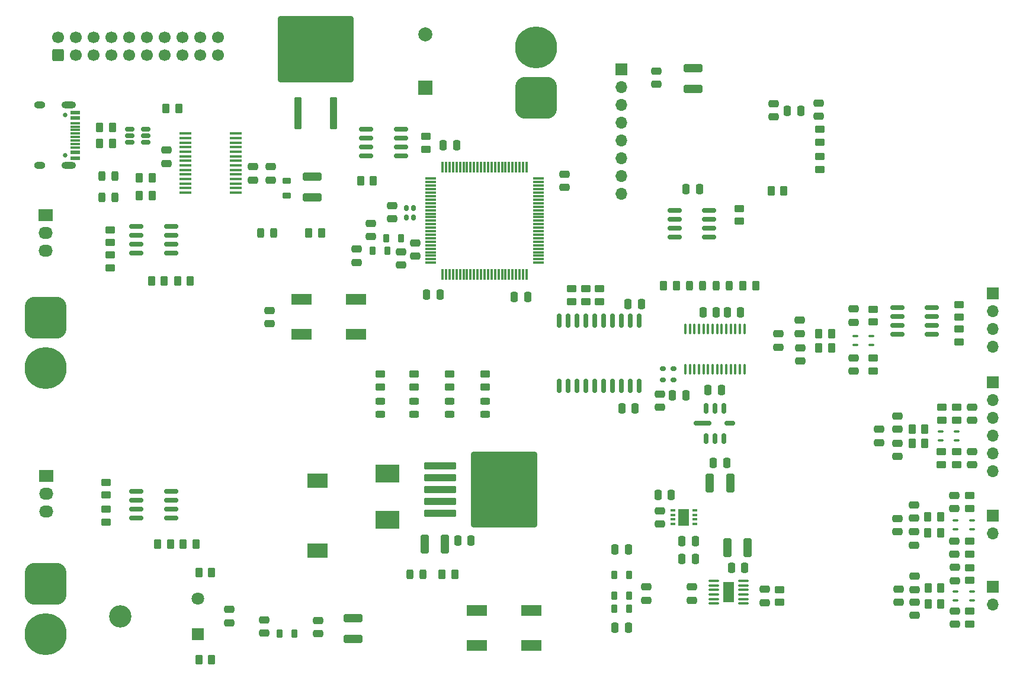
<source format=gts>
G04 #@! TF.GenerationSoftware,KiCad,Pcbnew,8.0.4*
G04 #@! TF.CreationDate,2024-09-09T14:24:52+09:00*
G04 #@! TF.ProjectId,Solid Rocket Motor Test Station,536f6c69-6420-4526-9f63-6b6574204d6f,1.0*
G04 #@! TF.SameCoordinates,Original*
G04 #@! TF.FileFunction,Soldermask,Top*
G04 #@! TF.FilePolarity,Negative*
%FSLAX46Y46*%
G04 Gerber Fmt 4.6, Leading zero omitted, Abs format (unit mm)*
G04 Created by KiCad (PCBNEW 8.0.4) date 2024-09-09 14:24:52*
%MOMM*%
%LPD*%
G01*
G04 APERTURE LIST*
G04 Aperture macros list*
%AMRoundRect*
0 Rectangle with rounded corners*
0 $1 Rounding radius*
0 $2 $3 $4 $5 $6 $7 $8 $9 X,Y pos of 4 corners*
0 Add a 4 corners polygon primitive as box body*
4,1,4,$2,$3,$4,$5,$6,$7,$8,$9,$2,$3,0*
0 Add four circle primitives for the rounded corners*
1,1,$1+$1,$2,$3*
1,1,$1+$1,$4,$5*
1,1,$1+$1,$6,$7*
1,1,$1+$1,$8,$9*
0 Add four rect primitives between the rounded corners*
20,1,$1+$1,$2,$3,$4,$5,0*
20,1,$1+$1,$4,$5,$6,$7,0*
20,1,$1+$1,$6,$7,$8,$9,0*
20,1,$1+$1,$8,$9,$2,$3,0*%
G04 Aperture macros list end*
%ADD10RoundRect,0.250000X0.250000X0.475000X-0.250000X0.475000X-0.250000X-0.475000X0.250000X-0.475000X0*%
%ADD11RoundRect,0.250000X-0.475000X0.250000X-0.475000X-0.250000X0.475000X-0.250000X0.475000X0.250000X0*%
%ADD12RoundRect,0.250000X-0.450000X0.262500X-0.450000X-0.262500X0.450000X-0.262500X0.450000X0.262500X0*%
%ADD13RoundRect,0.250000X0.262500X0.450000X-0.262500X0.450000X-0.262500X-0.450000X0.262500X-0.450000X0*%
%ADD14RoundRect,0.250000X1.100000X-0.325000X1.100000X0.325000X-1.100000X0.325000X-1.100000X-0.325000X0*%
%ADD15RoundRect,0.150000X-0.825000X-0.150000X0.825000X-0.150000X0.825000X0.150000X-0.825000X0.150000X0*%
%ADD16RoundRect,0.250000X0.450000X-0.262500X0.450000X0.262500X-0.450000X0.262500X-0.450000X-0.262500X0*%
%ADD17R,1.700000X1.700000*%
%ADD18O,1.700000X1.700000*%
%ADD19RoundRect,0.250000X0.475000X-0.250000X0.475000X0.250000X-0.475000X0.250000X-0.475000X-0.250000X0*%
%ADD20RoundRect,1.500000X-1.500000X1.500000X-1.500000X-1.500000X1.500000X-1.500000X1.500000X1.500000X0*%
%ADD21C,6.000000*%
%ADD22RoundRect,0.218750X-0.218750X-0.381250X0.218750X-0.381250X0.218750X0.381250X-0.218750X0.381250X0*%
%ADD23RoundRect,0.243750X0.456250X-0.243750X0.456250X0.243750X-0.456250X0.243750X-0.456250X-0.243750X0*%
%ADD24RoundRect,0.250000X0.325000X1.100000X-0.325000X1.100000X-0.325000X-1.100000X0.325000X-1.100000X0*%
%ADD25RoundRect,0.100000X-0.625000X-0.100000X0.625000X-0.100000X0.625000X0.100000X-0.625000X0.100000X0*%
%ADD26R,1.650000X2.850000*%
%ADD27R,3.000000X1.524000*%
%ADD28RoundRect,0.150000X-0.512500X-0.150000X0.512500X-0.150000X0.512500X0.150000X-0.512500X0.150000X0*%
%ADD29RoundRect,0.150000X0.825000X0.150000X-0.825000X0.150000X-0.825000X-0.150000X0.825000X-0.150000X0*%
%ADD30RoundRect,0.150000X-0.150000X0.875000X-0.150000X-0.875000X0.150000X-0.875000X0.150000X0.875000X0*%
%ADD31RoundRect,0.243750X0.243750X0.456250X-0.243750X0.456250X-0.243750X-0.456250X0.243750X-0.456250X0*%
%ADD32RoundRect,0.250000X-0.250000X-0.475000X0.250000X-0.475000X0.250000X0.475000X-0.250000X0.475000X0*%
%ADD33C,0.650000*%
%ADD34R,1.450000X0.600000*%
%ADD35R,1.450000X0.300000*%
%ADD36O,2.100000X1.000000*%
%ADD37O,1.600000X1.000000*%
%ADD38RoundRect,0.100000X0.300000X0.100000X-0.300000X0.100000X-0.300000X-0.100000X0.300000X-0.100000X0*%
%ADD39RoundRect,0.250000X-0.262500X-0.450000X0.262500X-0.450000X0.262500X0.450000X-0.262500X0.450000X0*%
%ADD40R,2.030000X1.730000*%
%ADD41O,2.030000X1.730000*%
%ADD42RoundRect,0.243750X-0.243750X-0.456250X0.243750X-0.456250X0.243750X0.456250X-0.243750X0.456250X0*%
%ADD43RoundRect,0.100000X-0.100000X0.637500X-0.100000X-0.637500X0.100000X-0.637500X0.100000X0.637500X0*%
%ADD44RoundRect,0.218750X-0.381250X0.218750X-0.381250X-0.218750X0.381250X-0.218750X0.381250X0.218750X0*%
%ADD45R,2.000000X2.000000*%
%ADD46C,2.000000*%
%ADD47RoundRect,0.175000X-0.175000X0.225000X-0.175000X-0.225000X0.175000X-0.225000X0.175000X0.225000X0*%
%ADD48RoundRect,0.175000X0.175000X0.575000X-0.175000X0.575000X-0.175000X-0.575000X0.175000X-0.575000X0*%
%ADD49RoundRect,0.175000X0.575000X0.175000X-0.575000X0.175000X-0.575000X-0.175000X0.575000X-0.175000X0*%
%ADD50RoundRect,0.175000X0.175000X-0.575000X0.175000X0.575000X-0.175000X0.575000X-0.175000X-0.575000X0*%
%ADD51RoundRect,0.175000X1.075000X0.175000X-1.075000X0.175000X-1.075000X-0.175000X1.075000X-0.175000X0*%
%ADD52RoundRect,0.250000X0.300000X-2.050000X0.300000X2.050000X-0.300000X2.050000X-0.300000X-2.050000X0*%
%ADD53RoundRect,0.250002X5.149998X-4.449998X5.149998X4.449998X-5.149998X4.449998X-5.149998X-4.449998X0*%
%ADD54R,0.650000X0.350000*%
%ADD55R,1.550000X2.400000*%
%ADD56RoundRect,0.250000X-0.325000X-1.100000X0.325000X-1.100000X0.325000X1.100000X-0.325000X1.100000X0*%
%ADD57RoundRect,0.075000X-0.725000X-0.075000X0.725000X-0.075000X0.725000X0.075000X-0.725000X0.075000X0*%
%ADD58RoundRect,0.075000X-0.075000X-0.725000X0.075000X-0.725000X0.075000X0.725000X-0.075000X0.725000X0*%
%ADD59RoundRect,0.250000X-1.100000X0.325000X-1.100000X-0.325000X1.100000X-0.325000X1.100000X0.325000X0*%
%ADD60R,1.750000X0.450000*%
%ADD61RoundRect,1.500000X1.500000X-1.500000X1.500000X1.500000X-1.500000X1.500000X-1.500000X-1.500000X0*%
%ADD62R,3.500000X2.500000*%
%ADD63RoundRect,0.250000X-2.050000X-0.300000X2.050000X-0.300000X2.050000X0.300000X-2.050000X0.300000X0*%
%ADD64RoundRect,0.250002X-4.449998X-5.149998X4.449998X-5.149998X4.449998X5.149998X-4.449998X5.149998X0*%
%ADD65RoundRect,0.162500X0.262500X-0.162500X0.262500X0.162500X-0.262500X0.162500X-0.262500X-0.162500X0*%
%ADD66C,3.200000*%
%ADD67R,1.800000X1.800000*%
%ADD68C,1.800000*%
%ADD69RoundRect,0.218750X0.218750X0.381250X-0.218750X0.381250X-0.218750X-0.381250X0.218750X-0.381250X0*%
%ADD70RoundRect,0.250000X0.600000X-0.600000X0.600000X0.600000X-0.600000X0.600000X-0.600000X-0.600000X0*%
%ADD71C,1.700000*%
%ADD72R,3.000000X2.000000*%
G04 APERTURE END LIST*
D10*
X146034800Y-96735000D03*
X144134800Y-96735000D03*
D11*
X205193000Y-105823000D03*
X205193000Y-107723000D03*
X175545000Y-138531000D03*
X175545000Y-140431000D03*
D12*
X147431800Y-108141500D03*
X147431800Y-109966500D03*
D13*
X111170000Y-132416000D03*
X109345000Y-132416000D03*
D14*
X127823000Y-82892000D03*
X127823000Y-79942000D03*
D12*
X98345000Y-123591000D03*
X98345000Y-125416000D03*
D15*
X102645000Y-124896000D03*
X102645000Y-126166000D03*
X102645000Y-127436000D03*
X102645000Y-128706000D03*
X107595000Y-128706000D03*
X107595000Y-127436000D03*
X107595000Y-126166000D03*
X107595000Y-124896000D03*
D12*
X144006600Y-74180200D03*
X144006600Y-76005200D03*
D16*
X219895000Y-121043000D03*
X219895000Y-119218000D03*
D17*
X225095000Y-138528000D03*
D18*
X225095000Y-141068000D03*
D11*
X194445400Y-102373200D03*
X194445400Y-104273200D03*
D19*
X211445000Y-115988000D03*
X211445000Y-114088000D03*
D20*
X89645000Y-100106000D03*
D21*
X89645000Y-107306000D03*
D22*
X170955700Y-139810000D03*
X173080700Y-139810000D03*
D23*
X147431800Y-113880000D03*
X147431800Y-112005000D03*
D24*
X146777200Y-132376400D03*
X143827200Y-132376400D03*
D11*
X163813000Y-79564000D03*
X163813000Y-81464000D03*
D12*
X98345000Y-127416000D03*
X98345000Y-129241000D03*
D13*
X191166800Y-95465000D03*
X189341800Y-95465000D03*
D11*
X121645000Y-99056000D03*
X121645000Y-100956000D03*
X193715600Y-69511200D03*
X193715600Y-71411200D03*
X182045000Y-138531000D03*
X182045000Y-140431000D03*
D25*
X185145000Y-137656000D03*
X185145000Y-138306000D03*
X185145000Y-138956000D03*
X185145000Y-139606000D03*
X185145000Y-140256000D03*
X185145000Y-140906000D03*
X189445000Y-140906000D03*
X189445000Y-140256000D03*
X189445000Y-139606000D03*
X189445000Y-138956000D03*
X189445000Y-138306000D03*
X189445000Y-137656000D03*
D26*
X187295000Y-139281000D03*
D11*
X222065000Y-112828000D03*
X222065000Y-114728000D03*
D12*
X98870000Y-87536000D03*
X98870000Y-89361000D03*
D11*
X219595000Y-131993000D03*
X219595000Y-133893000D03*
D27*
X126245000Y-102456000D03*
X134045000Y-102456000D03*
X126245000Y-97456000D03*
X134045000Y-97456000D03*
D12*
X207987000Y-98852000D03*
X207987000Y-100677000D03*
D11*
X219670000Y-141978000D03*
X219670000Y-143878000D03*
D28*
X101742700Y-73128200D03*
X101742700Y-74078200D03*
X101742700Y-75028200D03*
X104017700Y-75028200D03*
X104017700Y-74078200D03*
X104017700Y-73128200D03*
D12*
X152511800Y-108141500D03*
X152511800Y-109966500D03*
D19*
X121893000Y-80397800D03*
X121893000Y-78497800D03*
X192424600Y-140773000D03*
X192424600Y-138873000D03*
D29*
X140450600Y-76970400D03*
X140450600Y-75700400D03*
X140450600Y-74430400D03*
X140450600Y-73160400D03*
X135500600Y-73160400D03*
X135500600Y-74430400D03*
X135500600Y-75700400D03*
X135500600Y-76970400D03*
D19*
X128645000Y-145206000D03*
X128645000Y-143306000D03*
D30*
X174476000Y-100490000D03*
X173206000Y-100490000D03*
X171936000Y-100490000D03*
X170666000Y-100490000D03*
X169396000Y-100490000D03*
X168126000Y-100490000D03*
X166856000Y-100490000D03*
X165586000Y-100490000D03*
X164316000Y-100490000D03*
X163046000Y-100490000D03*
X163046000Y-109790000D03*
X164316000Y-109790000D03*
X165586000Y-109790000D03*
X166856000Y-109790000D03*
X168126000Y-109790000D03*
X169396000Y-109790000D03*
X170666000Y-109790000D03*
X171936000Y-109790000D03*
X173206000Y-109790000D03*
X174476000Y-109790000D03*
D23*
X137489300Y-113880000D03*
X137489300Y-112005000D03*
D19*
X177462500Y-129547000D03*
X177462500Y-127647000D03*
D31*
X99585000Y-82914000D03*
X97710000Y-82914000D03*
D11*
X106918800Y-76140600D03*
X106918800Y-78040600D03*
D13*
X113395000Y-148956000D03*
X111570000Y-148956000D03*
D11*
X177478200Y-110953400D03*
X177478200Y-112853400D03*
D16*
X217745000Y-114678000D03*
X217745000Y-112853000D03*
D32*
X148573000Y-131876400D03*
X150473000Y-131876400D03*
D11*
X140479000Y-90666000D03*
X140479000Y-92566000D03*
D33*
X92481000Y-71132000D03*
X92481000Y-76912000D03*
D34*
X93926000Y-70772000D03*
X93926000Y-71572000D03*
D35*
X93926000Y-72772000D03*
X93926000Y-73772000D03*
X93926000Y-74272000D03*
X93926000Y-75272000D03*
D34*
X93926000Y-76472000D03*
X93926000Y-77272000D03*
X93926000Y-77272000D03*
X93926000Y-76472000D03*
D35*
X93926000Y-75772000D03*
X93926000Y-74772000D03*
X93926000Y-73272000D03*
X93926000Y-72272000D03*
D34*
X93926000Y-71572000D03*
X93926000Y-70772000D03*
D36*
X93011000Y-69702000D03*
D37*
X88831000Y-69702000D03*
D36*
X93011000Y-78342000D03*
D37*
X88831000Y-78342000D03*
D12*
X98870000Y-91111000D03*
X98870000Y-92936000D03*
D10*
X186276000Y-110370000D03*
X184376000Y-110370000D03*
D32*
X187721200Y-135800200D03*
X189621200Y-135800200D03*
D19*
X219595000Y-127368000D03*
X219595000Y-125468000D03*
D38*
X207747000Y-103979000D03*
X207747000Y-102679000D03*
X205447000Y-102679000D03*
X205447000Y-103979000D03*
D39*
X97395700Y-72909800D03*
X99220700Y-72909800D03*
D17*
X225095000Y-128368000D03*
D18*
X225095000Y-130908000D03*
D39*
X215757500Y-130843000D03*
X217582500Y-130843000D03*
D40*
X89770000Y-122656000D03*
D41*
X89770000Y-125196000D03*
X89770000Y-127736000D03*
D13*
X104894000Y-82660000D03*
X103069000Y-82660000D03*
X148161800Y-136744200D03*
X146336800Y-136744200D03*
D19*
X120895002Y-145156000D03*
X120895002Y-143256000D03*
D32*
X172916000Y-98100000D03*
X174816000Y-98100000D03*
D42*
X141746800Y-136740000D03*
X143621800Y-136740000D03*
D39*
X134684800Y-80479000D03*
X136509800Y-80479000D03*
D12*
X194599600Y-138910500D03*
X194599600Y-140735500D03*
D39*
X215820000Y-138693000D03*
X217645000Y-138693000D03*
D12*
X168866000Y-95957500D03*
X168866000Y-97782500D03*
D16*
X200319600Y-78875000D03*
X200319600Y-77050000D03*
D11*
X211420000Y-128743000D03*
X211420000Y-130643000D03*
D10*
X197596800Y-70496800D03*
X195696800Y-70496800D03*
D39*
X213520000Y-115988000D03*
X215345000Y-115988000D03*
D23*
X142351800Y-113880000D03*
X142351800Y-112005000D03*
D12*
X219935000Y-112858000D03*
X219935000Y-114683000D03*
D43*
X189571000Y-101717500D03*
X188921000Y-101717500D03*
X188271000Y-101717500D03*
X187621000Y-101717500D03*
X186971000Y-101717500D03*
X186321000Y-101717500D03*
X185671000Y-101717500D03*
X185021000Y-101717500D03*
X184371000Y-101717500D03*
X183721000Y-101717500D03*
X183071000Y-101717500D03*
X182421000Y-101717500D03*
X181771000Y-101717500D03*
X181121000Y-101717500D03*
X181121000Y-107442500D03*
X181771000Y-107442500D03*
X182421000Y-107442500D03*
X183071000Y-107442500D03*
X183721000Y-107442500D03*
X184371000Y-107442500D03*
X185021000Y-107442500D03*
X185671000Y-107442500D03*
X186321000Y-107442500D03*
X186971000Y-107442500D03*
X187621000Y-107442500D03*
X188271000Y-107442500D03*
X188921000Y-107442500D03*
X189571000Y-107442500D03*
D38*
X222070000Y-130318000D03*
X222070000Y-129018000D03*
X219770000Y-129018000D03*
X219770000Y-130318000D03*
D19*
X119353000Y-80397800D03*
X119353000Y-78497800D03*
D44*
X124179000Y-80483300D03*
X124179000Y-82608300D03*
D32*
X172044400Y-113041800D03*
X173944400Y-113041800D03*
D45*
X143933400Y-67196800D03*
D46*
X143933400Y-59596800D03*
D19*
X222085000Y-121098000D03*
X222085000Y-119198000D03*
D16*
X207987000Y-107685500D03*
X207987000Y-105860500D03*
D32*
X146503800Y-75395600D03*
X148403800Y-75395600D03*
D19*
X213885000Y-138893000D03*
X213885000Y-136993000D03*
D47*
X141257000Y-84438000D03*
X141257000Y-85738000D03*
X142257000Y-85738000D03*
X142257000Y-84438000D03*
D48*
X184076000Y-117320000D03*
X185346000Y-117320000D03*
X186616000Y-117320000D03*
D49*
X187496000Y-115170000D03*
D50*
X186616000Y-113020000D03*
X185346000Y-113020000D03*
X184076000Y-113020000D03*
D51*
X183596000Y-115170000D03*
D10*
X172975000Y-133156000D03*
X171075000Y-133156000D03*
D52*
X125718600Y-70880400D03*
D53*
X128258600Y-61730400D03*
D52*
X130798600Y-70880400D03*
D10*
X182532800Y-134499200D03*
X180632800Y-134499200D03*
D19*
X197499500Y-102339000D03*
X197499500Y-100439000D03*
D42*
X185531800Y-95465000D03*
X187406800Y-95465000D03*
D10*
X158580800Y-97138000D03*
X156680800Y-97138000D03*
D12*
X188833800Y-84472500D03*
X188833800Y-86297500D03*
D19*
X200167200Y-71309600D03*
X200167200Y-69409600D03*
D13*
X106620000Y-94861000D03*
X104795000Y-94861000D03*
D19*
X213885000Y-142613000D03*
X213885000Y-140713000D03*
D38*
X219905000Y-117618000D03*
X219905000Y-116318000D03*
X217605000Y-116318000D03*
X217605000Y-117618000D03*
D54*
X179335000Y-127596000D03*
X179335000Y-128246000D03*
X179335000Y-128896000D03*
X179335000Y-129546000D03*
X182435000Y-129546000D03*
X182435000Y-128896000D03*
X182435000Y-128246000D03*
X182435000Y-127596000D03*
D55*
X180885000Y-128571000D03*
D29*
X216369000Y-102455000D03*
X216369000Y-101185000D03*
X216369000Y-99915000D03*
X216369000Y-98645000D03*
X211419000Y-98645000D03*
X211419000Y-99915000D03*
X211419000Y-101185000D03*
X211419000Y-102455000D03*
D16*
X221770000Y-143818000D03*
X221770000Y-141993000D03*
D39*
X200213000Y-104373000D03*
X202038000Y-104373000D03*
D56*
X184615600Y-123678800D03*
X187565600Y-123678800D03*
D57*
X144742000Y-80216000D03*
X144742000Y-80716000D03*
X144742000Y-81216000D03*
X144742000Y-81716000D03*
X144742000Y-82216000D03*
X144742000Y-82716000D03*
X144742000Y-83216000D03*
X144742000Y-83716000D03*
X144742000Y-84216000D03*
X144742000Y-84716000D03*
X144742000Y-85216000D03*
X144742000Y-85716000D03*
X144742000Y-86216000D03*
X144742000Y-86716000D03*
X144742000Y-87216000D03*
X144742000Y-87716000D03*
X144742000Y-88216000D03*
X144742000Y-88716000D03*
X144742000Y-89216000D03*
X144742000Y-89716000D03*
X144742000Y-90216000D03*
X144742000Y-90716000D03*
X144742000Y-91216000D03*
X144742000Y-91716000D03*
X144742000Y-92216000D03*
D58*
X146417000Y-93891000D03*
X146917000Y-93891000D03*
X147417000Y-93891000D03*
X147917000Y-93891000D03*
X148417000Y-93891000D03*
X148917000Y-93891000D03*
X149417000Y-93891000D03*
X149917000Y-93891000D03*
X150417000Y-93891000D03*
X150917000Y-93891000D03*
X151417000Y-93891000D03*
X151917000Y-93891000D03*
X152417000Y-93891000D03*
X152917000Y-93891000D03*
X153417000Y-93891000D03*
X153917000Y-93891000D03*
X154417000Y-93891000D03*
X154917000Y-93891000D03*
X155417000Y-93891000D03*
X155917000Y-93891000D03*
X156417000Y-93891000D03*
X156917000Y-93891000D03*
X157417000Y-93891000D03*
X157917000Y-93891000D03*
X158417000Y-93891000D03*
D57*
X160092000Y-92216000D03*
X160092000Y-91716000D03*
X160092000Y-91216000D03*
X160092000Y-90716000D03*
X160092000Y-90216000D03*
X160092000Y-89716000D03*
X160092000Y-89216000D03*
X160092000Y-88716000D03*
X160092000Y-88216000D03*
X160092000Y-87716000D03*
X160092000Y-87216000D03*
X160092000Y-86716000D03*
X160092000Y-86216000D03*
X160092000Y-85716000D03*
X160092000Y-85216000D03*
X160092000Y-84716000D03*
X160092000Y-84216000D03*
X160092000Y-83716000D03*
X160092000Y-83216000D03*
X160092000Y-82716000D03*
X160092000Y-82216000D03*
X160092000Y-81716000D03*
X160092000Y-81216000D03*
X160092000Y-80716000D03*
X160092000Y-80216000D03*
D58*
X158417000Y-78541000D03*
X157917000Y-78541000D03*
X157417000Y-78541000D03*
X156917000Y-78541000D03*
X156417000Y-78541000D03*
X155917000Y-78541000D03*
X155417000Y-78541000D03*
X154917000Y-78541000D03*
X154417000Y-78541000D03*
X153917000Y-78541000D03*
X153417000Y-78541000D03*
X152917000Y-78541000D03*
X152417000Y-78541000D03*
X151917000Y-78541000D03*
X151417000Y-78541000D03*
X150917000Y-78541000D03*
X150417000Y-78541000D03*
X149917000Y-78541000D03*
X149417000Y-78541000D03*
X148917000Y-78541000D03*
X148417000Y-78541000D03*
X147917000Y-78541000D03*
X147417000Y-78541000D03*
X146917000Y-78541000D03*
X146417000Y-78541000D03*
D59*
X182234800Y-64410000D03*
X182234800Y-67360000D03*
D13*
X129096000Y-87994000D03*
X127271000Y-87994000D03*
D12*
X220244000Y-98179000D03*
X220244000Y-100004000D03*
X137489300Y-108141500D03*
X137489300Y-109966500D03*
X164846000Y-95960000D03*
X164846000Y-97785000D03*
D19*
X115895000Y-143656000D03*
X115895000Y-141756000D03*
D32*
X180632800Y-131959200D03*
X182532800Y-131959200D03*
D13*
X104919000Y-80120000D03*
X103094000Y-80120000D03*
D10*
X189026000Y-99270000D03*
X187126000Y-99270000D03*
D39*
X200213000Y-102341000D03*
X202038000Y-102341000D03*
D14*
X133645000Y-145956000D03*
X133645000Y-143006000D03*
D15*
X102670000Y-87051000D03*
X102670000Y-88321000D03*
X102670000Y-89591000D03*
X102670000Y-90861000D03*
X107620000Y-90861000D03*
X107620000Y-89591000D03*
X107620000Y-88321000D03*
X107620000Y-87051000D03*
D19*
X213820000Y-132543000D03*
X213820000Y-130643000D03*
D24*
X190045000Y-132931000D03*
X187095000Y-132931000D03*
D11*
X211585000Y-138853000D03*
X211585000Y-140753000D03*
D12*
X220244000Y-101688000D03*
X220244000Y-103513000D03*
D19*
X219670000Y-137628000D03*
X219670000Y-135728000D03*
D15*
X179565800Y-84773500D03*
X179565800Y-86043500D03*
X179565800Y-87313500D03*
X179565800Y-88583500D03*
X184515800Y-88583500D03*
X184515800Y-87313500D03*
X184515800Y-86043500D03*
X184515800Y-84773500D03*
D22*
X138354000Y-88756000D03*
X140479000Y-88756000D03*
D60*
X116857000Y-82214800D03*
X116857000Y-81564800D03*
X116857000Y-80914800D03*
X116857000Y-80264800D03*
X116857000Y-79614800D03*
X116857000Y-78964800D03*
X116857000Y-78314800D03*
X116857000Y-77664800D03*
X116857000Y-77014800D03*
X116857000Y-76364800D03*
X116857000Y-75714800D03*
X116857000Y-75064800D03*
X116857000Y-74414800D03*
X116857000Y-73764800D03*
X109657000Y-73764800D03*
X109657000Y-74414800D03*
X109657000Y-75064800D03*
X109657000Y-75714800D03*
X109657000Y-76364800D03*
X109657000Y-77014800D03*
X109657000Y-77664800D03*
X109657000Y-78314800D03*
X109657000Y-78964800D03*
X109657000Y-79614800D03*
X109657000Y-80264800D03*
X109657000Y-80914800D03*
X109657000Y-81564800D03*
X109657000Y-82214800D03*
D23*
X152511800Y-113880000D03*
X152511800Y-112005000D03*
D11*
X134129000Y-90280000D03*
X134129000Y-92180000D03*
D19*
X211445000Y-119888000D03*
X211445000Y-117988000D03*
X205193000Y-100714500D03*
X205193000Y-98814500D03*
D13*
X195185000Y-81977600D03*
X193360000Y-81977600D03*
D61*
X159783000Y-68632400D03*
D21*
X159783000Y-61432400D03*
D39*
X111570000Y-136456000D03*
X113395000Y-136456000D03*
D31*
X183596800Y-95465000D03*
X181721800Y-95465000D03*
D12*
X221770000Y-125493000D03*
X221770000Y-127318000D03*
D19*
X213820000Y-128718000D03*
X213820000Y-126818000D03*
D39*
X213520000Y-117988000D03*
X215345000Y-117988000D03*
D32*
X179286000Y-111202400D03*
X181186000Y-111202400D03*
D12*
X166856000Y-95960000D03*
X166856000Y-97785000D03*
D17*
X225095000Y-96618000D03*
D18*
X225095000Y-99158000D03*
X225095000Y-101698000D03*
X225095000Y-104238000D03*
D39*
X106904000Y-70214000D03*
X108729000Y-70214000D03*
D40*
X89645000Y-85416000D03*
D41*
X89645000Y-87956000D03*
X89645000Y-90496000D03*
D11*
X136161000Y-86602000D03*
X136161000Y-88502000D03*
D39*
X215757500Y-128518000D03*
X217582500Y-128518000D03*
D12*
X142351800Y-108141500D03*
X142351800Y-109966500D03*
D19*
X142511000Y-91296000D03*
X142511000Y-89396000D03*
D32*
X177208500Y-125361000D03*
X179108500Y-125361000D03*
D39*
X177991800Y-95465000D03*
X179816800Y-95465000D03*
D13*
X110370000Y-94861000D03*
X108545000Y-94861000D03*
D12*
X221770000Y-135788000D03*
X221770000Y-137613000D03*
D31*
X99585000Y-79874000D03*
X97710000Y-79874000D03*
D22*
X170952200Y-136790800D03*
X173077200Y-136790800D03*
D17*
X225095000Y-109318000D03*
D18*
X225095000Y-111858000D03*
X225095000Y-114398000D03*
X225095000Y-116938000D03*
X225095000Y-119478000D03*
X225095000Y-122018000D03*
D39*
X97395700Y-75195800D03*
X99220700Y-75195800D03*
X215822500Y-140933000D03*
X217647500Y-140933000D03*
D62*
X138552200Y-122320400D03*
X138552200Y-128924400D03*
D63*
X146027200Y-121226400D03*
X146027200Y-122926400D03*
X146027200Y-124626400D03*
D64*
X155177200Y-124626400D03*
D63*
X146027200Y-126326400D03*
X146027200Y-128026400D03*
D65*
X177884000Y-108996600D03*
X177884000Y-107346600D03*
X179434000Y-107346600D03*
X179434000Y-108996600D03*
D42*
X120413000Y-87994000D03*
X122288000Y-87994000D03*
D11*
X139209000Y-84062000D03*
X139209000Y-85962000D03*
D27*
X159111000Y-141882000D03*
X151311000Y-141882000D03*
X159111000Y-146882000D03*
X151311000Y-146882000D03*
D38*
X222070000Y-140453000D03*
X222070000Y-139153000D03*
X219770000Y-139153000D03*
X219770000Y-140453000D03*
D66*
X100345000Y-142706000D03*
D67*
X111445000Y-145246000D03*
D68*
X111445000Y-140166000D03*
D16*
X221770000Y-133843000D03*
X221770000Y-132018000D03*
D12*
X217725000Y-119223000D03*
X217725000Y-121048000D03*
D10*
X172975000Y-144360000D03*
X171075000Y-144360000D03*
D22*
X170956500Y-141667600D03*
X173081500Y-141667600D03*
D17*
X171947800Y-64566000D03*
D18*
X171947800Y-67106000D03*
X171947800Y-69646000D03*
X171947800Y-72186000D03*
X171947800Y-74726000D03*
X171947800Y-77266000D03*
X171947800Y-79806000D03*
X171947800Y-82346000D03*
D10*
X183113800Y-81725500D03*
X181213800Y-81725500D03*
D13*
X107507500Y-132416000D03*
X105682500Y-132416000D03*
D69*
X138540000Y-90534000D03*
X136415000Y-90534000D03*
D22*
X123145000Y-145206000D03*
X125270000Y-145206000D03*
D10*
X185556000Y-99270000D03*
X183656000Y-99270000D03*
D19*
X197509500Y-106269000D03*
X197509500Y-104369000D03*
D16*
X200319600Y-75014200D03*
X200319600Y-73189200D03*
D20*
X89645000Y-138106000D03*
D21*
X89645000Y-145306000D03*
D11*
X208795000Y-116013000D03*
X208795000Y-117913000D03*
D32*
X185120600Y-120788800D03*
X187020600Y-120788800D03*
D11*
X176951600Y-64846800D03*
X176951600Y-66746800D03*
D70*
X91457000Y-62594000D03*
D71*
X91457000Y-60054000D03*
X93997000Y-62594000D03*
X93997000Y-60054000D03*
X96537000Y-62594000D03*
X96537000Y-60054000D03*
X99077000Y-62594000D03*
X99077000Y-60054000D03*
X101617000Y-62594000D03*
X101617000Y-60054000D03*
X104157000Y-62594000D03*
X104157000Y-60054000D03*
X106697000Y-62594000D03*
X106697000Y-60054000D03*
X109237000Y-62594000D03*
X109237000Y-60054000D03*
X111777000Y-62594000D03*
X111777000Y-60054000D03*
X114317000Y-62594000D03*
X114317000Y-60054000D03*
D72*
X128552200Y-123376400D03*
X128552200Y-133376400D03*
M02*

</source>
